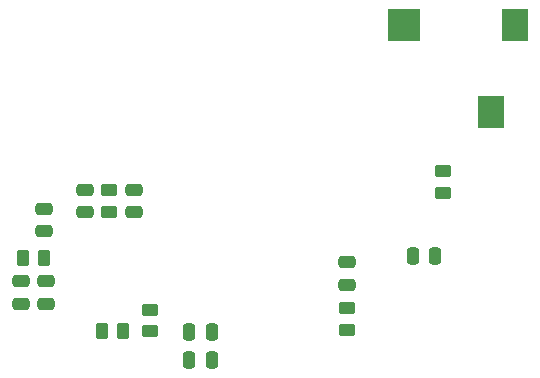
<source format=gbr>
%TF.GenerationSoftware,KiCad,Pcbnew,(6.0.11-0)*%
%TF.CreationDate,2024-07-13T22:40:32+02:00*%
%TF.ProjectId,SAQ_RX,5341515f-5258-42e6-9b69-6361645f7063,rev?*%
%TF.SameCoordinates,Original*%
%TF.FileFunction,Paste,Top*%
%TF.FilePolarity,Positive*%
%FSLAX46Y46*%
G04 Gerber Fmt 4.6, Leading zero omitted, Abs format (unit mm)*
G04 Created by KiCad (PCBNEW (6.0.11-0)) date 2024-07-13 22:40:32*
%MOMM*%
%LPD*%
G01*
G04 APERTURE LIST*
G04 Aperture macros list*
%AMRoundRect*
0 Rectangle with rounded corners*
0 $1 Rounding radius*
0 $2 $3 $4 $5 $6 $7 $8 $9 X,Y pos of 4 corners*
0 Add a 4 corners polygon primitive as box body*
4,1,4,$2,$3,$4,$5,$6,$7,$8,$9,$2,$3,0*
0 Add four circle primitives for the rounded corners*
1,1,$1+$1,$2,$3*
1,1,$1+$1,$4,$5*
1,1,$1+$1,$6,$7*
1,1,$1+$1,$8,$9*
0 Add four rect primitives between the rounded corners*
20,1,$1+$1,$2,$3,$4,$5,0*
20,1,$1+$1,$4,$5,$6,$7,0*
20,1,$1+$1,$6,$7,$8,$9,0*
20,1,$1+$1,$8,$9,$2,$3,0*%
G04 Aperture macros list end*
%ADD10RoundRect,0.250000X0.475000X-0.250000X0.475000X0.250000X-0.475000X0.250000X-0.475000X-0.250000X0*%
%ADD11RoundRect,0.250000X0.262500X0.450000X-0.262500X0.450000X-0.262500X-0.450000X0.262500X-0.450000X0*%
%ADD12RoundRect,0.250000X-0.262500X-0.450000X0.262500X-0.450000X0.262500X0.450000X-0.262500X0.450000X0*%
%ADD13RoundRect,0.250000X-0.250000X-0.475000X0.250000X-0.475000X0.250000X0.475000X-0.250000X0.475000X0*%
%ADD14RoundRect,0.250000X-0.450000X0.262500X-0.450000X-0.262500X0.450000X-0.262500X0.450000X0.262500X0*%
%ADD15RoundRect,0.250000X-0.475000X0.250000X-0.475000X-0.250000X0.475000X-0.250000X0.475000X0.250000X0*%
%ADD16RoundRect,0.250000X0.450000X-0.262500X0.450000X0.262500X-0.450000X0.262500X-0.450000X-0.262500X0*%
%ADD17R,2.200000X2.800000*%
%ADD18R,2.800000X2.800000*%
%ADD19RoundRect,0.250000X0.250000X0.475000X-0.250000X0.475000X-0.250000X-0.475000X0.250000X-0.475000X0*%
G04 APERTURE END LIST*
D10*
%TO.C,C2*%
X161650000Y-93400000D03*
X161650000Y-91500000D03*
%TD*%
%TO.C,C5*%
X139450000Y-87250000D03*
X139450000Y-85350000D03*
%TD*%
D11*
%TO.C,R3*%
X142712500Y-97300000D03*
X140887500Y-97300000D03*
%TD*%
D10*
%TO.C,C6*%
X143600000Y-87250000D03*
X143600000Y-85350000D03*
%TD*%
D12*
%TO.C,R4*%
X134200000Y-91100000D03*
X136025000Y-91100000D03*
%TD*%
D13*
%TO.C,C3*%
X148300000Y-97400000D03*
X150200000Y-97400000D03*
%TD*%
D14*
%TO.C,R1*%
X161650000Y-95400000D03*
X161650000Y-97225000D03*
%TD*%
D15*
%TO.C,C7*%
X134100000Y-93100000D03*
X134100000Y-95000000D03*
%TD*%
D14*
%TO.C,R2*%
X145000000Y-95489500D03*
X145000000Y-97314500D03*
%TD*%
D16*
%TO.C,R5*%
X141524000Y-87200000D03*
X141524000Y-85375000D03*
%TD*%
D17*
%TO.C,J1*%
X173850000Y-78800000D03*
X175850000Y-71400000D03*
D18*
X166450000Y-71400000D03*
%TD*%
D13*
%TO.C,C1*%
X167250000Y-91000000D03*
X169150000Y-91000000D03*
%TD*%
D16*
%TO.C,R6*%
X169800000Y-85612500D03*
X169800000Y-83787500D03*
%TD*%
D19*
%TO.C,C9*%
X150200000Y-99800000D03*
X148300000Y-99800000D03*
%TD*%
D10*
%TO.C,C8*%
X136000000Y-88850000D03*
X136000000Y-86950000D03*
%TD*%
D15*
%TO.C,C4*%
X136200000Y-93100000D03*
X136200000Y-95000000D03*
%TD*%
M02*

</source>
